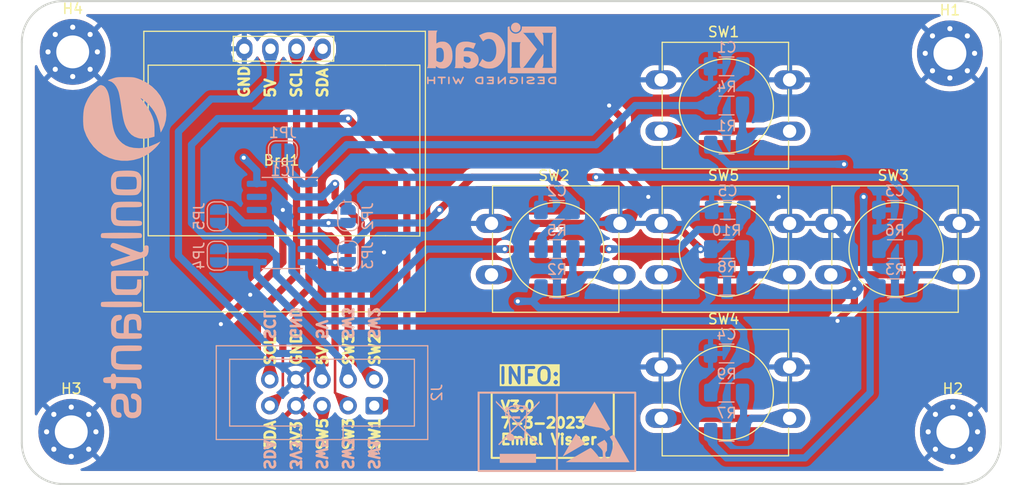
<source format=kicad_pcb>
(kicad_pcb (version 20221018) (generator pcbnew)
  (title_block (title "Greenhouse project FRDM-KL35Z screen") (date "13-3-2023") (rev "V3.0") (company "OnlyPlants") (comment 1 "Author: Emiel Visser"))
  (layers (0 "F.Cu" signal) (31 "B.Cu" signal) (34 "B.Paste" user) (35 "F.Paste" user) (36 "B.SilkS" user "B.Silkscreen") (37 "F.SilkS" user "F.Silkscreen") (38 "B.Mask" user) (39 "F.Mask" user) (44 "Edge.Cuts" user))
  (net 0 "")
  (net 1 "/SDA")
  (net 2 "/SCL")
  (net 3 "GNDREF")
  (net 4 "+5V")
  (net 5 "/IN_SW1")
  (net 6 "/IN_SW2")
  (net 7 "/IN_SW3")
  (net 8 "/IN_SW4")
  (net 9 "/IN_SW5")
  (net 10 "/OUT_SW1")
  (net 11 "/OUT_SW2")
  (net 12 "/OUT_SW3")
  (net 13 "/OUT_SW4")
  (net 14 "/OUT_SW5")
  (net 17 "+3.3V")
  (net 18 "Net-(R1-Pad1)")
  (net 19 "Net-(R2-Pad1)")
  (net 20 "Net-(R3-Pad1)")
  (net 21 "Net-(R7-Pad1)")
  (net 22 "Net-(R10-Pad1)")
  (footprint "Button_Switch_THT:SW_PUSH-12mm" (layer "F.Cu") (at 168.89 106.72)
    (fp_text reference "SW4" (at 6.08 -4.66) (layer "F.SilkS"))
    (fp_text value "SW_Push")
    (pad "1" thru_hole oval (at 0 0) (size 3.048 1.85) (drill 1.3) (layers "*.Cu" "*.Mask") (net 3 "GNDREF"))
    (pad "1" thru_hole oval (at 12.5 0) (size 3.048 1.85) (drill 1.3) (layers "*.Cu" "*.Mask") (net 3 "GNDREF"))
    (pad "2" thru_hole oval (at 0 5) (size 3.048 1.85) (drill 1.3) (layers "*.Cu" "*.Mask") (net 21 "Net-(R7-Pad1)"))
    (pad "2" thru_hole oval (at 12.5 5) (size 3.048 1.85) (drill 1.3) (layers "*.Cu" "*.Mask") (net 21 "Net-(R7-Pad1)"))
  )
  (footprint "MountingHole:MountingHole_3.2mm_M3_Pad_Via" (layer "F.Cu") (at 111.63 76.06)
    (fp_text reference "H4" (at 0 -4.2) (layer "F.SilkS"))
    (fp_text value "MountingHole_Pad")
    (pad "1" thru_hole circle (at -2.4 0) (size 0.8 0.8) (drill 0.5) (layers "*.Cu" "*.Mask") (net 3 "GNDREF"))
    (pad "1" thru_hole circle (at -1.697056 -1.697056) (size 0.8 0.8) (drill 0.5) (layers "*.Cu" "*.Mask") (net 3 "GNDREF"))
    (pad "1" thru_hole circle (at -1.697056 1.697056) (size 0.8 0.8) (drill 0.5) (layers "*.Cu" "*.Mask") (net 3 "GNDREF"))
    (pad "1" thru_hole circle (at 0 -2.4) (size 0.8 0.8) (drill 0.5) (layers "*.Cu" "*.Mask") (net 3 "GNDREF"))
    (pad "1" thru_hole circle (at 0 0) (size 6.4 6.4) (drill 3.2) (layers "*.Cu" "*.Mask") (net 3 "GNDREF"))
    (pad "1" thru_hole circle (at 0 2.4) (size 0.8 0.8) (drill 0.5) (layers "*.Cu" "*.Mask") (net 3 "GNDREF"))
    (pad "1" thru_hole circle (at 1.697056 -1.697056) (size 0.8 0.8) (drill 0.5) (layers "*.Cu" "*.Mask") (net 3 "GNDREF"))
    (pad "1" thru_hole circle (at 1.697056 1.697056) (size 0.8 0.8) (drill 0.5) (layers "*.Cu" "*.Mask") (net 3 "GNDREF"))
    (pad "1" thru_hole circle (at 2.4 0) (size 0.8 0.8) (drill 0.5) (layers "*.Cu" "*.Mask") (net 3 "GNDREF"))
  )
  (footprint "Button_Switch_THT:SW_PUSH-12mm" (layer "F.Cu") (at 168.89 92.75)
    (fp_text reference "SW5" (at 6.08 -4.66) (layer "F.SilkS"))
    (fp_text value "SW_Push")
    (pad "1" thru_hole oval (at 0 0) (size 3.048 1.85) (drill 1.3) (layers "*.Cu" "*.Mask") (net 3 "GNDREF"))
    (pad "1" thru_hole oval (at 12.5 0) (size 3.048 1.85) (drill 1.3) (layers "*.Cu" "*.Mask") (net 3 "GNDREF"))
    (pad "2" thru_hole oval (at 0 5) (size 3.048 1.85) (drill 1.3) (layers "*.Cu" "*.Mask") (net 22 "Net-(R10-Pad1)"))
    (pad "2" thru_hole oval (at 12.5 5) (size 3.048 1.85) (drill 1.3) (layers "*.Cu" "*.Mask") (net 22 "Net-(R10-Pad1)"))
  )
  (footprint "Button_Switch_THT:SW_PUSH-12mm" (layer "F.Cu") (at 168.89 78.78)
    (fp_text reference "SW1" (at 6.08 -4.66) (layer "F.SilkS"))
    (fp_text value "SW_Push")
    (pad "1" thru_hole oval (at 0 0) (size 3.048 1.85) (drill 1.3) (layers "*.Cu" "*.Mask") (net 3 "GNDREF"))
    (pad "1" thru_hole oval (at 12.5 0) (size 3.048 1.85) (drill 1.3) (layers "*.Cu" "*.Mask") (net 3 "GNDREF"))
    (pad "2" thru_hole oval (at 0 5) (size 3.048 1.85) (drill 1.3) (layers "*.Cu" "*.Mask") (net 18 "Net-(R1-Pad1)"))
    (pad "2" thru_hole oval (at 12.5 5) (size 3.048 1.85) (drill 1.3) (layers "*.Cu" "*.Mask") (net 18 "Net-(R1-Pad1)"))
  )
  (footprint "Button_Switch_THT:SW_PUSH-12mm" (layer "F.Cu") (at 185.4 92.75)
    (fp_text reference "SW3" (at 6.08 -4.66) (layer "F.SilkS"))
    (fp_text value "SW_Push")
    (pad "1" thru_hole oval (at 0 0) (size 3.048 1.85) (drill 1.3) (layers "*.Cu" "*.Mask") (net 3 "GNDREF"))
    (pad "1" thru_hole oval (at 12.5 0) (size 3.048 1.85) (drill 1.3) (layers "*.Cu" "*.Mask") (net 3 "GNDREF"))
    (pad "2" thru_hole oval (at 0 5) (size 3.048 1.85) (drill 1.3) (layers "*.Cu" "*.Mask") (net 20 "Net-(R3-Pad1)"))
    (pad "2" thru_hole oval (at 12.5 5) (size 3.048 1.85) (drill 1.3) (layers "*.Cu" "*.Mask") (net 20 "Net-(R3-Pad1)"))
  )
  (footprint "greenhouse_project_screen:128x64OLED" (layer "F.Cu") (at 131.95 86.36)
    (fp_text reference "Brd1" (at 0 0.254) (layer "F.SilkS"))
    (fp_text value "SSD1306")
    (pad "1" thru_hole oval (at -3.62 -10.6 90) (size 2 1.6) (drill 1) (layers "*.Cu" "*.Mask") (net 3 "GNDREF"))
    (pad "2" thru_hole oval (at -1.08 -10.6 90) (size 2 1.6) (drill 1) (layers "*.Cu" "*.Mask") (net 4 "+5V"))
    (pad "3" thru_hole oval (at 1.46 -10.6 90) (size 2 1.6) (drill 1) (layers "*.Cu" "*.Mask") (net 2 "/SCL"))
    (pad "4" thru_hole oval (at 4 -10.6 90) (size 2 1.6) (drill 1) (layers "*.Cu" "*.Mask") (net 1 "/SDA"))
  )
  (footprint "Button_Switch_THT:SW_PUSH-12mm" (layer "F.Cu") (at 152.38 92.75)
    (fp_text reference "SW2" (at 6.08 -4.66) (layer "F.SilkS"))
    (fp_text value "SW_Push")
    (pad "1" thru_hole oval (at 0 0) (size 3.048 1.85) (drill 1.3) (layers "*.Cu" "*.Mask") (net 3 "GNDREF"))
    (pad "1" thru_hole oval (at 12.5 0) (size 3.048 1.85) (drill 1.3) (layers "*.Cu" "*.Mask") (net 3 "GNDREF"))
    (pad "2" thru_hole oval (at 0 5) (size 3.048 1.85) (drill 1.3) (layers "*.Cu" "*.Mask") (net 19 "Net-(R2-Pad1)"))
    (pad "2" thru_hole oval (at 12.5 5) (size 3.048 1.85) (drill 1.3) (layers "*.Cu" "*.Mask") (net 19 "Net-(R2-Pad1)"))
  )
  (footprint "MountingHole:MountingHole_3.2mm_M3_Pad_Via" (layer "F.Cu") (at 197.277056 113.03)
    (fp_text reference "H2" (at 0 -4.2) (layer "F.SilkS"))
    (fp_text value "MountingHole_Pad")
    (pad "1" thru_hole circle (at -2.4 0) (size 0.8 0.8) (drill 0.5) (layers "*.Cu" "*.Mask") (net 3 "GNDREF"))
    (pad "1" thru_hole circle (at -1.697056 -1.697056) (size 0.8 0.8) (drill 0.5) (layers "*.Cu" "*.Mask") (net 3 "GNDREF"))
    (pad "1" thru_hole circle (at -1.697056 1.697056) (size 0.8 0.8) (drill 0.5) (layers "*.Cu" "*.Mask") (net 3 "GNDREF"))
    (pad "1" thru_hole circle (at 0 -2.4) (size 0.8 0.8) (drill 0.5) (layers "*.Cu" "*.Mask") (net 3 "GNDREF"))
    (pad "1" thru_hole circle (at 0 0) (size 6.4 6.4) (drill 3.2) (layers "*.Cu" "*.Mask") (net 3 "GNDREF"))
    (pad "1" thru_hole circle (at 0 2.4) (size 0.8 0.8) (drill 0.5) (layers "*.Cu" "*.Mask") (net 3 "GNDREF"))
    (pad "1" thru_hole circle (at 1.697056 -1.697056) (size 0.8 0.8) (drill 0.5) (layers "*.Cu" "*.Mask") (net 3 "GNDREF"))
    (pad "1" thru_hole circle (at 1.697056 1.697056) (size 0.8 0.8) (drill 0.5) (layers "*.Cu" "*.Mask") (net 3 "GNDREF"))
    (pad "1" thru_hole circle (at 2.4 0) (size 0.8 0.8) (drill 0.5) (layers "*.Cu" "*.Mask") (net 3 "GNDREF"))
  )
  (footprint "MountingHole:MountingHole_3.2mm_M3_Pad_Via" (layer "F.Cu") (at 196.99 76.2)
    (fp_text reference "H1" (at 0 -4.2) (layer "F.SilkS"))
    (fp_text value "MountingHole_Pad")
    (pad "1" thru_hole circle (at -2.4 0) (size 0.8 0.8) (drill 0.5) (layers "*.Cu" "*.Mask") (net 3 "GNDREF"))
    (pad "1" thru_hole circle (at -1.697056 -1.697056) (size 0.8 0.8) (drill 0.5) (layers "*.Cu" "*.Mask") (net 3 "GNDREF"))
    (pad "1" thru_hole circle (at -1.697056 1.697056) (size 0.8 0.8) (drill 0.5) (layers "*.Cu" "*.Mask") (net 3 "GNDREF"))
    (pad "1" thru_hole circle (at 0 -2.4) (size 0.8 0.8) (drill 0.5) (layers "*.Cu" "*.Mask") (net 3 "GNDREF"))
    (pad "1" thru_hole circle (at 0 0) (size 6.4 6.4) (drill 3.2) (layers "*.Cu" "*.Mask") (net 3 "GNDREF"))
    (pad "1" thru_hole circle (at 0 2.4) (size 0.8 0.8) (drill 0.5) (layers "*.Cu" "*.Mask") (net 3 "GNDREF"))
    (pad "1" thru_hole circle (at 1.697056 -1.697056) (size 0.8 0.8) (drill 0.5) (layers "*.Cu" "*.Mask") (net 3 "GNDREF"))
    (pad "1" thru_hole circle (at 1.697056 1.697056) (size 0.8 0.8) (drill 0.5) (layers "*.Cu" "*.Mask") (net 3 "GNDREF"))
    (pad "1" thru_hole circle (at 2.4 0) (size 0.8 0.8) (drill 0.5) (layers "*.Cu" "*.Mask") (net 3 "GNDREF"))
  )
  (footprint "MountingHole:MountingHole_3.2mm_M3_Pad_Via" (layer "F.Cu") (at 111.49 113.03)
    (fp_text reference "H3" (at 0 -4.2) (layer "F.SilkS"))
    (fp_text value "MountingHole_Pad")
    (pad "1" thru_hole circle (at -2.4 0) (size 0.8 0.8) (drill 0.5) (layers "*.Cu" "*.Mask") (net 3 "GNDREF"))
    (pad "1" thru_hole circle (at -1.697056 -1.697056) (size 0.8 0.8) (drill 0.5) (layers "*.Cu" "*.Mask") (net 3 "GNDREF"))
    (pad "1" thru_hole circle (at -1.697056 1.697056) (size 0.8 0.8) (drill 0.5) (layers "*.Cu" "*.Mask") (net 3 "GNDREF"))
    (pad "1" thru_hole circle (at 0 -2.4) (size 0.8 0.8) (drill 0.5) (layers "*.Cu" "*.Mask") (net 3 "GNDREF"))
    (pad "1" thru_hole circle (at 0 0) (size 6.4 6.4) (drill 3.2) (layers "*.Cu" "*.Mask") (net 3 "GNDREF"))
    (pad "1" thru_hole circle (at 0 2.4) (size 0.8 0.8) (drill 0.5) (layers "*.Cu" "*.Mask") (net 3 "GNDREF"))
    (pad "1" thru_hole circle (at 1.697056 -1.697056) (size 0.8 0.8) (drill 0.5) (layers "*.Cu" "*.Mask") (net 3 "GNDREF"))
    (pad "1" thru_hole circle (at 1.697056 1.697056) (size 0.8 0.8) (drill 0.5) (layers "*.Cu" "*.Mask") (net 3 "GNDREF"))
    (pad "1" thru_hole circle (at 2.4 0) (size 0.8 0.8) (drill 0.5) (layers "*.Cu" "*.Mask") (net 3 "GNDREF"))
  )
  (footprint "greenhouse_project_screen:logo" (layer "B.Cu") (at 116.84 95.25 -90)
    (fp_text reference "G***")
    (fp_text value "LOGO" hide)
  )
  (footprint "Symbol:ESD-Logo_6.6x6mm_SilkScreen" (layer "B.Cu") (at 162.56 113.03 180)
    (fp_text reference "REF**" hide)
    (fp_text value "ESD-Logo_6.6x6mm_SilkScreen" hide)
  )
  (footprint "Symbol:KiCad-Logo2_5mm_SilkScreen" (layer "B.Cu") (at 152.4 76.2 180)
    (fp_text reference "REF**" hide)
    (fp_text value "KiCad-Logo2_5mm_SilkScreen" hide)
  )
  (footprint "Jumper:SolderJumper-2_P1.3mm_Open_RoundedPad1.0x1.5mm" (layer "B.Cu") (at 138.43 95.87 90)
    (fp_text reference "JP3" (at 0 1.905 90) (layer "B.SilkS") (effects (justify mirror)))
    (fp_text value "Jumper_2_Open")
    (pad "1" smd custom (at -0.65 0 90) (size 1 0.5) (layers "B.Cu" "B.Mask") (net 12 "/OUT_SW3") (options (clearance outline) (anchor rect)) (primitives (gr_circle (center 0 -0.25) (end 0.5 -0.25) (width 0) (fill yes)) (gr_circle (center 0 0.25) (end 0.5 0.25) (width 0) (fill yes)) (gr_poly (pts (xy 0.5 -0.75) (xy 0 -0.75) (xy 0 0.75) (xy 0.5 0.75)) (width 0) (fill yes))))
    (pad "2" smd custom (at 0.65 0 90) (size 1 0.5) (layers "B.Cu" "B.Mask") (net 7 "/IN_SW3") (options (clearance outline) (anchor rect)) (primitives (gr_circle (center 0 -0.25) (end 0.5 -0.25) (width 0) (fill yes)) (gr_circle (center 0 0.25) (end 0.5 0.25) (width 0) (fill yes)) (gr_poly (pts (xy 0 -0.75) (xy -0.5 -0.75) (xy -0.5 0.75) (xy 0 0.75)) (width 0) (fill yes))))
  )
  (footprint "Connector_IDC:IDC-Header_2x05_P2.54mm_Vertical" (layer "B.Cu") (at 140.97 110.49 90)
    (fp_text reference "J2" (at 1.27 6.1 90) (layer "B.SilkS") (effects (justify mirror)))
    (fp_text value "Conn_01x10_Socket")
    (pad "1" thru_hole roundrect (at 0 0 90) (size 1.7 1.7) (drill 1) (layers "*.Cu" "*.Mask") (roundrect_rratio 0.147059) (net 10 "/OUT_SW1"))
    (pad "2" thru_hole circle (at 2.54 0 90) (size 1.7 1.7) (drill 1) (layers "*.Cu" "*.Mask") (net 11 "/OUT_SW2"))
    (pad "3" thru_hole circle (at 0 -2.54 90) (size 1.7 1.7) (drill 1) (layers "*.Cu" "*.Mask") (net 12 "/OUT_SW3"))
    (pad "4" thru_hole circle (at 2.54 -2.54 90) (size 1.7 1.7) (drill 1) (layers "*.Cu" "*.Mask") (net 13 "/OUT_SW4"))
    (pad "5" thru_hole circle (at 0 -5.08 90) (size 1.7 1.7) (drill 1) (layers "*.Cu" "*.Mask") (net 14 "/OUT_SW5"))
    (pad "6" thru_hole circle (at 2.54 -5.08 90) (size 1.7 1.7) (drill 1) (layers "*.Cu" "*.Mask") (net 4 "+5V"))
    (pad "7" thru_hole circle (at 0 -7.62 90) (size 1.7 1.7) (drill 1) (layers "*.Cu" "*.Mask") (net 17 "+3.3V"))
    (pad "8" thru_hole circle (at 2.54 -7.62 90) (size 1.7 1.7) (drill 1) (layers "*.Cu" "*.Mask") (net 3 "GNDREF"))
    (pad "9" thru_hole circle (at 0 -10.16 90) (size 1.7 1.7) (drill 1) (layers "*.Cu" "*.Mask") (net 1 "/SDA"))
    (pad "10" thru_hole circle (at 2.54 -10.16 90) (size 1.7 1.7) (drill 1) (layers "*.Cu" "*.Mask") (net 2 "/SCL"))
  )
  (footprint "Resistor_SMD:R_1206_3216Metric_Pad1.30x1.75mm_HandSolder" (layer "B.Cu") (at 158.75 95.25 180)
    (fp_text reference "R5" (at 0 1.82) (layer "B.SilkS") (effects (justify mirror)))
    (fp_text value "10K")
    (pad "1" smd roundrect (at -1.55 0 180) (size 1.3 1.75) (layers "B.Cu" "B.Paste" "B.Mask") (roundrect_rratio 0.192308) (net 19 "Net-(R2-Pad1)"))
    (pad "2" smd roundrect (at 1.55 0 180) (size 1.3 1.75) (layers "B.Cu" "B.Paste" "B.Mask") (roundrect_rratio 0.192308) (net 6 "/IN_SW2"))
  )
  (footprint "Resistor_SMD:R_1206_3216Metric_Pad1.30x1.75mm_HandSolder" (layer "B.Cu") (at 175.26 113.03 180)
    (fp_text reference "R7" (at 0 1.82) (layer "B.SilkS") (effects (justify mirror)))
    (fp_text value "10K")
    (pad "1" smd roundrect (at -1.55 0 180) (size 1.3 1.75) (layers "B.Cu" "B.Paste" "B.Mask") (roundrect_rratio 0.192308) (net 21 "Net-(R7-Pad1)"))
    (pad "2" smd roundrect (at 1.55 0 180) (size 1.3 1.75) (layers "B.Cu" "B.Paste" "B.Mask") (roundrect_rratio 0.192308) (net 17 "+3.3V"))
  )
  (footprint "Resistor_SMD:R_1206_3216Metric_Pad1.30x1.75mm_HandSolder" (layer "B.Cu") (at 191.64 95.25 180)
    (fp_text reference "R6" (at 0 1.82) (layer "B.SilkS") (effects (justify mirror)))
    (fp_text value "10K")
    (pad "1" smd roundrect (at -1.55 0 180) (size 1.3 1.75) (layers "B.Cu" "B.Paste" "B.Mask") (roundrect_rratio 0.192308) (net 20 "Net-(R3-Pad1)"))
    (pad "2" smd roundrect (at 1.55 0 180) (size 1.3 1.75) (layers "B.Cu" "B.Paste" "B.Mask") (roundrect_rratio 0.192308) (net 7 "/IN_SW3"))
  )
  (footprint "Resistor_SMD:R_1206_3216Metric_Pad1.30x1.75mm_HandSolder" (layer "B.Cu") (at 175.26 95.25 180)
    (fp_text reference "R10" (at 0 1.82) (layer "B.SilkS") (effects (justify mirror)))
    (fp_text value "10K")
    (pad "1" smd roundrect (at -1.55 0 180) (size 1.3 1.75) (layers "B.Cu" "B.Paste" "B.Mask") (roundrect_rratio 0.192308) (net 22 "Net-(R10-Pad1)"))
    (pad "2" smd roundrect (at 1.55 0 180) (size 1.3 1.75) (layers "B.Cu" "B.Paste" "B.Mask") (roundrect_rratio 0.192308) (net 9 "/IN_SW5"))
  )
  (footprint "Capacitor_SMD:C_1206_3216Metric_Pad1.33x1.80mm_HandSolder" (layer "B.Cu") (at 175.26 77.47 180)
    (fp_text reference "C1" (at 0 1.85) (layer "B.SilkS") (effects (justify mirror)))
    (fp_text value "10uF")
    (pad "1" smd roundrect (at -1.5625 0 180) (size 1.325 1.8) (layers "B.Cu" "B.Paste" "B.Mask") (roundrect_rratio 0.188679) (net 5 "/IN_SW1"))
    (pad "2" smd roundrect (at 1.5625 0 180) (size 1.325 1.8) (layers "B.Cu" "B.Paste" "B.Mask") (roundrect_rratio 0.188679) (net 3 "GNDREF"))
  )
  (footprint "Capacitor_SMD:C_1206_3216Metric_Pad1.33x1.80mm_HandSolder" (layer "B.Cu") (at 175.26 105.41 180)
    (fp_text reference "C4" (at 0 1.85) (layer "B.SilkS") (effects (justify mirror)))
    (fp_text value "10uF")
    (pad "1" smd roundrect (at -1.5625 0 180) (size 1.325 1.8) (layers "B.Cu" "B.Paste" "B.Mask") (roundrect_rratio 0.188679) (net 8 "/IN_SW4"))
    (pad "2" smd roundrect (at 1.5625 0 180) (size 1.325 1.8) (layers "B.Cu" "B.Paste" "B.Mask") (roundrect_rratio 0.188679) (net 3 "GNDREF"))
  )
  (footprint "Resistor_SMD:R_1206_3216Metric_Pad1.30x1.75mm_HandSolder" (layer "B.Cu") (at 191.64 99.06 180)
    (fp_text reference "R3" (at 0 1.82) (layer "B.SilkS") (effects (justify mirror)))
    (fp_text value "10K")
    (pad "1" smd roundrect (at -1.55 0 180) (size 1.3 1.75) (layers "B.Cu" "B.Paste" "B.Mask") (roundrect_rratio 0.192308) (net 20 "Net-(R3-Pad1)"))
    (pad "2" smd roundrect (at 1.55 0 180) (size 1.3 1.75) (layers "B.Cu" "B.Paste" "B.Mask") (roundrect_rratio 0.192308) (net 17 "+3.3V"))
  )
  (footprint "Jumper:SolderJumper-2_P1.3mm_Open_RoundedPad1.0x1.5mm" (layer "B.Cu") (at 138.43 92.06 90)
    (fp_text reference "JP2" (at 0 1.905 90) (layer "B.SilkS") (effects (justify mirror)))
    (fp_text value "Jumper_2_Open")
    (pad "1" smd custom (at -0.65 0 90) (size 1 0.5) (layers "B.Cu" "B.Mask") (net 11 "/OUT_SW2") (options (clearance outline) (anchor rect)) (primitives (gr_circle (center 0 -0.25) (end 0.5 -0.25) (width 0) (fill yes)) (gr_circle (center 0 0.25) (end 0.5 0.25) (width 0) (fill yes)) (gr_poly (pts (xy 0.5 -0.75) (xy 0 -0.75) (xy 0 0.75) (xy 0.5 0.75)) (width 0) (fill yes))))
    (pad "2" smd custom (at 0.65 0 90) (size 1 0.5) (layers "B.Cu" "B.Mask") (net 6 "/IN_SW2") (options (clearance outline) (anchor rect)) (primitives (gr_circle (center 0 -0.25) (end 0.5 -0.25) (width 0) (fill yes)) (gr_circle (center 0 0.25) (end 0.5 0.25) (width 0) (fill yes)) (gr_poly (pts (xy 0 -0.75) (xy -0.5 -0.75) (xy -0.5 0.75) (xy 0 0.75)) (width 0) (fill yes))))
  )
  (footprint "Jumper:SolderJumper-2_P1.3mm_Open_RoundedPad1.0x1.5mm" (layer "B.Cu") (at 125.73 95.9 -90)
    (fp_text reference "JP4" (at 0 1.8 90) (layer "B.SilkS") (effects (justify mirror)))
    (fp_text value "Jumper_2_Open")
    (pad "1" smd custom (at -0.65 0 270) (size 1 0.5) (layers "B.Cu" "B.Mask") (net 8 "/IN_SW4") (options (clearance outline) (anchor rect)) (primitives (gr_circle (center 0 -0.25) (end 0.5 -0.25) (width 0) (fill yes)) (gr_circle (center 0 0.25) (end 0.5 0.25) (width 0) (fill yes)) (gr_poly (pts (xy 0.5 -0.75) (xy 0 -0.75) (xy 0 0.75) (xy 0.5 0.75)) (width 0) (fill yes))))
    (pad "2" smd custom (at 0.65 0 270) (size 1 0.5) (layers "B.Cu" "B.Mask") (net 13 "/OUT_SW4") (options (clearance outline) (anchor rect)) (primitives (gr_circle (center 0 -0.25) (end 0.5 -0.25) (width 0) (fill yes)) (gr_circle (center 0 0.25) (end 0.5 0.25) (width 0) (fill yes)) (gr_poly (pts (xy 0 -0.75) (xy -0.5 -0.75) (xy -0.5 0.75) (xy 0 0.75)) (width 0) (fill yes))))
  )
  (footprint "Resistor_SMD:R_1206_3216Metric_Pad1.30x1.75mm_HandSolder" (layer "B.Cu") (at 175.26 81.28 180)
    (fp_text reference "R4" (at 0 1.82) (layer "B.SilkS") (effects (justify mirror)))
    (fp_text value "10k")
    (pad "1" smd roundrect (at -1.55 0 180) (size 1.3 1.75) (layers "B.Cu" "B.Paste" "B.Mask") (roundrect_rratio 0.192308) (net 18 "Net-(R1-Pad1)"))
    (pad "2" smd roundrect (at 1.55 0 180) (size 1.3 1.75) (layers "B.Cu" "B.Paste" "B.Mask") (roundrect_rratio 0.192308) (net 5 "/IN_SW1"))
  )
  (footprint "Jumper:SolderJumper-2_P1.3mm_Open_RoundedPad1.0x1.5mm" (layer "B.Cu") (at 132.08 85.725 180)
    (fp_text reference "JP1" (at 0 1.8) (layer "B.SilkS") (effects (justify mirror)))
    (fp_text value "Jumper_2_Open")
    (pad "1" smd custom (at -0.65 0 180) (size 1 0.5) (layers "B.Cu" "B.Mask") (net 5 "/IN_SW1") (options (clearance outline) (anchor rect)) (primitives (gr_circle (center 0 -0.25) (end 0.5 -0.25) (width 0) (fill yes)) (gr_circle (center 0 0.25) (end 0.5 0.25) (width 0) (fill yes)) (gr_poly (pts (xy 0.5 -0.75) (xy 0 -0.75) (xy 0 0.75) (xy 0.5 0.75)) (width 0) (fill yes))))
    (pad "2" smd custom (at 0.65 0 180) (size 1 0.5) (layers "B.Cu" "B.Mask") (net 10 "/OUT_SW1") (options (clearance outline) (anchor rect)) (primitives (gr_circle (center 0 -0.25) (end 0.5 -0.25) (width 0) (fill yes)) (gr_circle (center 0 0.25) (end 0.5 0.25) (width 0) (fill yes)) (gr_poly (pts (xy 0 -0.75) (xy -0.5 -0.75) (xy -0.5 0.75) (xy 0 0.75)) (width 0) (fill yes))))
  )
  (footprint "Capacitor_SMD:C_1206_3216Metric_Pad1.33x1.80mm_HandSolder" (layer "B.Cu") (at 191.64 91.44 180)
    (fp_text reference "C3" (at 0 1.85) (layer "B.SilkS") (effects (justify mirror)))
    (fp_text value "10uF")
    (pad "1" smd roundrect (at -1.5625 0 180) (size 1.325 1.8) (layers "B.Cu" "B.Paste" "B.Mask") (roundrect_rratio 0.188679) (net 7 "/IN_SW3"))
    (pad "2" smd roundrect (at 1.5625 0 180) (size 1.325 1.8) (layers "B.Cu" "B.Paste" "B.Mask") (roundrect_rratio 0.188679) (net 3 "GNDREF"))
  )
  (footprint "Capacitor_SMD:C_1206_3216Metric_Pad1.33x1.80mm_HandSolder" (layer "B.Cu") (at 175.3625 91.44 180)
    (fp_text reference "C5" (at 0 1.85) (layer "B.SilkS") (effects (justify mirror)))
    (fp_text value "10uF")
    (pad "1" smd roundrect (at -1.5625 0 180) (size 1.325 1.8) (layers "B.Cu" "B.Paste" "B.Mask") (roundrect_rratio 0.188679) (net 9 "/IN_SW5"))
    (pad "2" smd roundrect (at 1.5625 0 180) (size 1.325 1.8) (layers "B.Cu" "B.Paste" "B.Mask") (roundrect_rratio 0.188679) (net 3 "GNDREF"))
  )
  (footprint "Jumper:SolderJumper-2_P1.3mm_Open_RoundedPad1.0x1.5mm" (layer "B.Cu") (at 125.73 92.06 -90)
    (fp_text reference "JP5" (at 0 1.8 90) (layer "B.SilkS") (effects (justify mirror)))
    (fp_text value "Jumper_2_Open")
    (pad "1" smd custom (at -0.65 0 270) (size 1 0.5) (layers "B.Cu" "B.Mask") (net 9 "/IN_SW5") (options (clearance outline) (anchor rect)) (primitives (gr_circle (center 0 -0.25) (end 0.5 -0.25) (width 0) (fill yes)) (gr_circle (center 0 0.25) (end 0.5 0.25) (width 0) (fill yes)) (gr_poly (pts (xy 0.5 -0.75) (xy 0 -0.75) (xy 0 0.75) (xy 0.5 0.75)) (width 0) (fill yes))))
    (pad "2" smd custom (at 0.65 0 270) (size 1 0.5) (layers "B.Cu" "B.Mask") (net 14 "/OUT_SW5") (options (clearance outline) (anchor rect)) (primitives (gr_circle (center 0 -0.25) (end 0.5 -0.25) (width 0) (fill yes)) (gr_circle (center 0 0.25) (end 0.5 0.25) (width 0) (fill yes)) (gr_poly (pts (xy 0 -0.75) (xy -0.5 -0.75) (xy -0.5 0.75) (xy 0 0.75)) (width 0) (fill yes))))
  )
  (footprint "Capacitor_SMD:C_1206_3216Metric_Pad1.33x1.80mm_HandSolder" (layer "B.Cu") (at 158.75 91.44 180)
    (fp_text reference "C2" (at 0 1.85) (layer "B.SilkS") (effects (justify mirror)))
    (fp_text value "10uF")
    (pad "1" smd roundrect (at -1.5625 0 180) (size 1.325 1.8) (layers "B.Cu" "B.Paste" "B.Mask") (roundrect_rratio 0.188679) (net 6 "/IN_SW2"))
    (pad "2" smd roundrect (at 1.5625 0 180) (size 1.325 1.8) (layers "B.Cu" "B.Paste" "B.Mask") (roundrect_rratio 0.188679) (net 3 "GNDREF"))
  )
  (footprint "Package_SO:SOIC-14_3.9x8.7mm_P1.27mm" (layer "B.Cu") (at 132.015 92.71 180)
    (fp_text reference "IC1" (at -0.065 5.08) (layer "B.SilkS") (effects (justify mirror)))
    (fp_text value "CD74HC14M96")
    (pad "1" smd roundrect (at -2.475 3.81 180) (size 1.95 0.6) (layers "B.Cu" "B.Paste" "B.Mask") (net 5 "/IN_SW1"))
    (pad "2" smd roundrect (at -2.475 2.54 180) (size 1.95 0.6) (layers "B.Cu" "B.Paste" "B.Mask") (net 10 "/OUT_SW1"))
    (pad "3" smd roundrect (at -2.475 1.27 180) (size 1.95 0.6) (layers "B.Cu" "B.Paste" "B.Mask") (net 6 "/IN_SW2"))
    (pad "4" smd roundrect (at -2.475 0 180) (size 1.95 0.6) (layers "B.Cu" "B.Paste" "B.Mask") (net 11 "/OUT_SW2"))
    (pad "5" smd roundrect (at -2.475 -1.27 180) (size 1.95 0.6) (layers "B.Cu" "B.Paste" "B.Mask") (net 7 "/IN_SW3"))
    (pad "6" smd roundrect (at -2.475 -2.54 180) (size 1.95 0.6) (layers "B.Cu" "B.Paste" "B.Mask") (net 12 "/OUT_SW3"))
    (pad "7" smd roundrect (at -2.475 -3.81 180) (size 1.95 0.6) (layers "B.Cu" "B.Paste" "B.Mask") (net 3 "GNDREF"))
    (pad "8" smd roundrect (at 2.475 -3.81 180) (size 1.95 0.6) (layers "B.Cu" "B.Paste" "B.Mask") (net 13 "/OUT_SW4"))
    (pad "9" smd roundrect (at 2.475 -2.54 180) (size 1.95 0.6) (layers "B.Cu" "B.Paste" "B.Mask") (net 8 "/IN_SW4"))
    (pad "10" smd roundrect (at 2.475 -1.27 180) (size 1.95 0.6) (layers "B.Cu" "B.Paste" "B.Mask") (net 14 "/OUT_SW5"))
    (pad "11" smd roundrect (at 2.475 0 180) (size 1.95 0.6) (layers "B.Cu" "B.Paste" "B.Mask") (net 9 "/IN_SW5"))
    (pad "12" smd roundrect (at 2.475 1.27 180) (size 1.95 0.6) (layers "B.Cu" "B.Paste" "B.Mask"))
    (pad "13" smd roundrect (at 2.475 2.54 180) (size 1.95 0.6) (layers "B.Cu" "B.Paste" "B.Mask"))
    (pad "14" smd roundrect (at 2.475 3.81 180) (size 1.95 0.6) (layers "B.Cu" "B.Paste" "B.Mask") (net 17 "+3.3V"))
  )
  (footprint "Symbol:WEEE-Logo_4.2x6mm_SilkScreen" (layer "B.Cu") (at 154.94 113.03 180)
    (fp_text reference "REF**" hide)
    (fp_text value "WEEE-Logo_4.2x6mm_SilkScreen" hide)
  )
  (footprint "Resistor_SMD:R_1206_3216Metric_Pad1.30x1.75mm_HandSolder" (layer "B.Cu") (at 158.75 99.06 180)
    (fp_text reference "R2" (at 0 1.82) (layer "B.SilkS") (effects (justify mirror)))
    (fp_text value "10K")
    (pad "1" smd roundrect (at -1.55 0 180) (size 1.3 1.75) (layers "B.Cu" "B.Paste" "B.Mask") (roundrect_rratio 0.192308) (net 19 "Net-(R2-Pad1)"))
    (pad "2" smd roundrect (at 1.55 0 180) (size 1.3 1.75) (layers "B.Cu" "B.Paste" "B.Mask") (roundrect_rratio 0.192308) (net 17 "+3.3V"))
  )
  (footprint "Resistor_SMD:R_1206_3216Metric_Pad1.30x1.75mm_HandSolder" (layer "B.Cu") (at 175.3125 98.811472 180)
    (fp_text reference "R8" (at 0 1.82) (layer "B.SilkS") (effects (justify mirror)))
    (fp_text value "10K")
    (pad "1" smd roundrect (at -1.55 0 180) (size 1.3 1.75) (layers "B.Cu" "B.Paste" "B.Mask") (roundrect_rratio 0.192308) (net 22 "Net-(R10-Pad1)"))
    (pad "2" smd roundrect (at 1.55 0 180) (size 1.3 1.75) (layers "B.Cu" "B.Paste" "B.Mask") (roundrect_rratio 0.192308) (net 17 "+3.3V"))
  )
  (footprint "Resistor_SMD:R_1206_3216Metric_Pad1.30x1.75mm_HandSolder" (layer "B.Cu") (at 175.26 109.22 180)
    (fp_text reference "R9" (at 0 1.82) (layer "B.SilkS") (effects (justify mirror)))
    (fp_text value "10K")
    (pad "1" smd roundrect (at -1.55 0 180) (size 1.3 1.75) (layers "B.Cu" "B.Paste" "B.Mask") (roundrect_rratio 0.192308) (net 21 "Net-(R7-Pad1)"))
    (pad "2" smd roundrect (at 1.55 0 180) (size 1.3 1.75) (layers "B.Cu" "B.Paste" "B.Mask") (roundrect_rratio 0.192308) (net 8 "/IN_SW4"))
  )
  (footprint "Resistor_SMD:R_1206_3216Metric_Pad1.30x1.75mm_HandSolder" (layer "B.Cu") (at 175.26 85.09 180)
    (fp_text reference "R1" (at 0 1.82) (layer "B.SilkS") (effects (justify mirror)))
    (fp_text value "10k")
    (pad "1" smd roundrect (at -1.55 0 180) (size 1.3 1.75) (layers "B.Cu" "B.Paste" "B.Mask") (roundrect_rratio 0.192308) (net 18 "Net-(R1-Pad1)"))
    (pad "2" smd roundrect (at 1.55 0 180) (size 1.3 1.75) (layers "B.Cu" "B.Paste" "B.Mask") (roundrect_rratio 0.192308) (net 17 "+3.3V"))
  )
  (gr_line (start 201.93 75.12) (end 201.93 114.11) (stroke (width 0.2)) (layer "Edge.Cuts"))
  (gr_line (start 106.68 114.11) (end 106.68 75.12) (stroke (width 0.2)) (layer "Edge.Cuts"))
  (gr_arc (start 197.93 71.12) (mid 200.758427 72.291573) (end 201.93 75.12) (stroke (width 0.2)) (layer "Edge.Cuts"))
  (gr_line (start 110.68 71.12) (end 197.93 71.12) (stroke (width 0.2)) (layer "Edge.Cuts"))
  (gr_arc (start 110.68 118.11) (mid 107.851573 116.938427) (end 106.68 114.11) (stroke (width 0.2)) (layer "Edge.Cuts"))
  (gr_line (start 197.93 118.11) (end 110.68 118.11) (stroke (width 0.2)) (layer "Edge.Cuts"))
  (gr_arc (start 106.68 75.12) (mid 107.851573 72.291573) (end 110.68 71.12) (stroke (width 0.2)) (layer "Edge.Cuts"))
  (gr_arc (start 201.93 114.11) (mid 200.758427 116.938427) (end 197.93 118.11) (stroke (width 0.2)) (layer "Edge.Cuts"))
  (gr_text "SCL" (at 130.175 104.14 -90) (layer "B.SilkS") (effects (font (size 1 1) (thickness 0.25) bold) (justify left bottom mirror)))
  (gr_text "SW3" (at 137.795 104.14 -90) (layer "B.SilkS") (effects (font (size 1 1) (thickness 0.25) bold) (justify left bottom mirror)))
  (gr_text "SW1" (at 140.335 116.84 -90) (layer "B.SilkS") (effects (font (size 1 1) (thickness 0.25) bold) (justify left bottom mirror)))
  (gr_text "5V" (at 135.255 104.14 -90) (layer "B.SilkS") (effects (font (size 1 1) (thickness 0.25) bold) (justify left bottom mirror)))
  (gr_text "SW2" (at 140.335 104.14 -90) (layer "B.SilkS") (effects (font (size 1 1) (thickness 0.25) bold) (justify left bottom mirror)))
  (gr_text "3V3" (at 132.715 116.84 -90) (layer "B.SilkS") (effects (font (size 1 1) (thickness 0.25) bold) (justify left bottom mirror)))
  (gr_text "SDA" (at 130.175 116.84 -90) (layer "B.SilkS") (effects (font (size 1 1) (thickness 0.25) bold) (justify left bottom mirror)))
  (gr_text "GND" (at 132.715 104.14 -90) (layer "B.SilkS") (effects (font (size 1 1) (thickness 0.25) bold) (justify left bottom mirror)))
  (gr_text "SW5" (at 135.255 116.84 -90) (layer "B.SilkS") (effects (font (size 1 1) (thickness 0.25) bold) (justify left bottom mirror)))
  (gr_text "SW3" (at 137.795 116.84 -90) (layer "B.SilkS") (effects (font (size 1 1) (thickness 0.25) bold) (justify left bottom mirror)))
  (gr_text "SW1" (at 141.605 114.935 90) (layer "F.SilkS") (effects (font (size 1 1) (thickness 0.25) bold) (justify left bottom)))
  (gr_text "SW5" (at 136.525 114.935 90) (layer "F.SilkS") (effects (font (size 1 1) (thickness 0.25) bold) (justify left bottom)))
  (gr_text "SDA" (at 136.525 80.645 90) (layer "F.SilkS") (effects (font (size 1 1) (thickness 0.25) bold) (justify left bottom)))
  (gr_text "GND" (at 133.985 106.68 90) (layer "F.SilkS") (effects (font (size 1 1) (thickness 0.25) bold) (justify left bottom)))
  (gr_text "SDA" (at 131.445 114.935 90) (layer "F.SilkS") (effects (font (size 1 1) (thickness 0.25) bold) (justify left bottom)))
  (gr_text "5V" (at 136.525 106.68 90) (layer "F.SilkS") (effects (font (size 1 1) (thickness 0.25) bold) (justify left bottom)))
  (gr_text "INFO:     " (at 152.94 108.47) (layer "F.SilkS" knockout) (effects (font (size 1.5 1.5) (thickness 0.3) bold) (justify left bottom)))
  (gr_text "SW3" (at 139.065 106.68 90) (layer "F.SilkS") (effects (font (size 1 1) (thickness 0.25) bold) (justify left bottom)))
  (gr_text "5V" (at 131.445 80.645 90) (layer "F.SilkS") (effects (font (size 1 1) (thickness 0.25) bold) (justify left bottom)))
  (gr_text "GND" (at 128.905 80.645 90) (layer "F.SilkS") (effects (font (size 1 1) (thickness 0.25) bold) (justify left bottom)))
  (gr_text "SW3" (at 139.065 114.935 90) (layer "F.SilkS") (effects (font (size 1 1) (thickness 0.25) bold) (justify left bottom)))
  (gr_text "SW2" (at 141.605 106.68 90) (layer "F.SilkS") (effects (font (size 1 1) (thickness 0.25) bold) (justify left bottom)))
  (gr_text "SCL" (at 133.985 80.645 90) (layer "F.SilkS") (effects (font (size 1 1) (thickness 0.25) bold) (justify left bottom)))
  (gr_text "SCL" (at 131.445 106.68 90) (layer "F.SilkS") (effects (font (size 1 1) (thickness 0.25) bold) (justify left bottom)))
  (gr_text "3V3" (at 133.985 114.935 90) (layer "F.SilkS") (effects (font (size 1 1) (thickness 0.25) bold) (justify left bottom)))
  (gr_text_box "" (start 151.13 109.22) (end 158.75 116.84) (layer "B.SilkS") (effects (font (size 1.5 1.5) (thickness 0.3) bold) (justify left top)) (stroke (width 0.2)))
  (gr_text_box "" (start 158.75 109.22) (end 166.37 116.84) (layer "B.SilkS") (effects (font (size 1.5 1.5) (thickness 0.3) bold) (justify left top)) (stroke (width 0.2)))
  (gr_text_box "V3.0\n7-3-2023\nEmiel Visser" (start 152.4 109.22) (end 164.28 115.57) (layer "F.SilkS") (effects (font (size 1 1) (thickness 0.25) bold) (justify left top)) (stroke (width 0.2)))
  (segment (start 132.08 109.22) (end 132.08 105.41) (width 0.25) (layer "F.Cu") (net 1))
  (segment (start 130.81 110.49) (end 132.08 109.22) (width 0.25) (layer "F.Cu") (net 1))
  (segment (start 134.62 99.06) (end 132.08 101.6) (width 0.7) (layer "F.Cu") (net 1))
  (segment (start 134.62 77.09) (end 134.62 99.06) (width 0.7) (layer "F.Cu") (net 1))
  (segment (start 132.08 101.6) (end 132.08 105.41) (width 0.7) (layer "F.Cu") (net 1))
  (segment (start 135.95 75.76) (end 134.62 77.09) (width 0.7) (layer "F.Cu") (net 1))
  (segment (start 130.81 100.33) (end 130.81 107.95) (width 0.7) (layer "F.Cu") (net 2))
  (segment (start 133.41 97.73) (end 130.81 100.33) (width 0.7) (layer "F.Cu") (net 2))
  (segment (start 133.41 75.76) (end 133.41 97.73) (width 0.7) (layer "F.Cu") (net 2))
  (segment (start 167.64 90.17) (end 165.06 92.75) (width 0.7) (layer "F.Cu") (net 3))
  (segment (start 167.64 90.17) (end 180.34 90.17) (width 0.7) (layer "F.Cu") (net 3))
  (segment (start 165.1 82.55) (end 165.1 87.63) (width 0.7) (layer "F.Cu") (net 3))
  (segment (start 187.695 100.595) (end 186.055 102.235) (width 0.7) (layer "F.Cu") (net 3))
  (segment (start 128.905 99.695) (end 132.08 96.52) (width 0.7) (layer "F.Cu") (net 3))
  (segment (start 165.1 87.63) (end 167.64 90.17) (width 0.7) (layer "F.Cu") (net 3))
  (segment (start 187.695 99.1155) (end 187.695 100.595) (width 0.7) (layer "F.Cu") (net 3))
  (segment (start 170.22 92.75) (end 172.72 95.25) (width 0.7) (layer "F.Cu") (net 3))
  (segment (start 163.83 81.28) (end 165.1 82.55) (width 0.7) (layer "F.Cu") (net 3))
  (segment (start 132.08 96.52) (end 132.08 91.44) (width 0.7) (layer "F.Cu") (net 3))
  (segment (start 126.0475 102.5525) (end 128.905 99.695) (width 0.7) (layer "F.Cu") (net 3))
  (segment (start 165.06 92.75) (end 152.38 92.75) (width 0.7) (layer "F.Cu") (net 3))
  (segment (start 168.89 92.75) (end 170.22 92.75) (width 0.7) (layer "F.Cu") (net 3))
  (via (at 163.83 81.28) (size 0.8) (drill 0.4) (layers "F.Cu" "B.Cu") (net 3))
  (via (at 186.055 102.235) (size 0.8) (drill 0.4) (layers "F.Cu" "B.Cu") (net 3))
  (via (at 126.0475 102.5525) (size 0.8) (drill 0.4) (layers "F.Cu" "B.Cu") (net 3))
  (via (at 172.72 95.25) (size 0.8) (drill 0.4) (layers "F.Cu" "B.Cu") (net 3))
  (via (at 187.695 99.1155) (size 0.8) (drill 0.4) (layers "F.Cu" "B.Cu") (net 3))
  (via (at 167.64 90.17) (size 0.8) (drill 0.4) (layers "F.Cu" "B.Cu") (net 3))
  (via (at 180.34 90.17) (size 0.8) (drill 0.4) (layers "F.Cu" "B.Cu") (net 3))
  (via (at 128.905 99.695) (size 0.8) (drill 0.4) (layers "F.Cu" "B.Cu") (net 3))
  (via (at 132.08 91.44) (size 0.8) (drill 0.4) (layers "F.Cu" "B.Cu") (net 3))
  (via (at 141.9225 95.5675) (size 0.8) (drill 0.4) (layers "F.Cu" "B.Cu") (net 3))
  (segment (start 141.9225 95.5675) (end 139.7 97.79) (width 0.7) (layer "B.Cu") (net 3))
  (segment (start 187.695 95.045) (end 185.4 92.75) (width 0.7) (layer "B.Cu") (net 3))
  (segment (start 187.695 99.1155) (end 187.695 95.045) (width 0.7) (layer "B.Cu") (net 3))
  (segment (start 135.757208 97.79) (end 134.49 96.522792) (width 0.7) (layer "B.Cu") (net 3))
  (segment (start 139.7 97.79) (end 135.757208 97.79) (width 0.7) (layer "B.Cu") (net 3))
  (segment (start 134.49 96.522792) (end 134.49 96.52) (width 0.7) (layer "B.Cu") (net 3))
  (segment (start 121.92 95.885) (end 121.92 83.82) (width 0.7) (layer "B.Cu") (net 4))
  (segment (start 134.62 105.41) (end 131.445 105.41) (width 0.7) (layer "B.Cu") (net 4))
  (segment (start 130.87 78.68) (end 130.87 75.76) (width 0.7) (layer "B.Cu") (net 4))
  (segment (start 131.445 105.41) (end 121.92 95.885) (width 0.7) (layer "B.Cu") (net 4))
  (segment (start 121.92 83.82) (end 125.095 80.645) (width 0.7) (layer "B.Cu") (net 4))
  (segment (start 125.095 80.645) (end 128.905 80.645) (width 0.7) (layer "B.Cu") (net 4))
  (segment (start 135.89 107.95) (end 135.89 106.68) (width 0.7) (layer "B.Cu") (net 4))
  (segment (start 128.905 80.645) (end 130.87 78.68) (width 0.7) (layer "B.Cu") (net 4))
  (segment (start 135.89 106.68) (end 134.62 105.41) (width 0.7) (layer "B.Cu") (net 4))
  (segment (start 173.355 81.28) (end 166.37 81.28) (width 0.7) (layer "B.Cu") (net 5))
  (segment (start 132.73 87.645) (end 132.73 85.725) (width 0.7) (layer "B.Cu") (net 5))
  (segment (start 176.66 77.975) (end 173.355 81.28) (width 0.7) (layer "B.Cu") (net 5))
  (segment (start 134.49 88.9) (end 133.985 88.9) (width 0.7) (layer "B.Cu") (net 5))
  (segment (start 166.37 81.28) (end 162.56 85.09) (width 0.7) (layer "B.Cu") (net 5))
  (segment (start 138.3 85.09) (end 134.49 88.9) (width 0.7) (layer "B.Cu") (net 5))
  (segment (start 133.985 88.9) (end 132.73 87.645) (width 0.7) (layer "B.Cu") (net 5))
  (segment (start 162.56 85.09) (end 138.3 85.09) (width 0.7) (layer "B.Cu") (net 5))
  (segment (start 139.736751 88.265) (end 138.130876 89.870875) (width 0.7) (layer "B.Cu") (net 6))
  (segment (start 160.3125 91.44) (end 160.3125 90.5925) (width 0.7) (layer "B.Cu") (net 6))
  (segment (start 157.985 88.265) (end 139.736751 88.265) (width 0.7) (layer "B.Cu") (net 6))
  (segment (start 138.43 90.169999) (end 138.43 91.41) (width 0.7) (layer "B.Cu") (net 6))
  (segment (start 159.89 91.44) (end 160.3125 91.44) (width 0.7) (layer "B.Cu") (net 6))
  (segment (start 136.561751 91.44) (end 134.49 91.44) (width 0.7) (layer "B.Cu") (net 6))
  (segment (start 138.130876 89.870875) (end 138.43 90.169999) (width 0.7) (layer "B.Cu") (net 6))
  (segment (start 157.2 94.13) (end 159.89 91.44) (width 0.7) (layer "B.Cu") (net 6))
  (segment (start 157.2 95.25) (end 157.2 94.13) (width 0.7) (layer "B.Cu") (net 6))
  (segment (start 138.130876 89.870875) (end 136.561751 91.44) (width 0.7) (layer "B.Cu") (net 6))
  (segment (start 160.3125 90.5925) (end 157.985 88.265) (width 0.7) (layer "B.Cu") (net 6))
  (segment (start 162.56 88.265) (end 150.495 88.265) (width 0.7) (layer "F.Cu") (net 7))
  (segment (start 150.495 88.265) (end 147.32 91.44) (width 0.7) (layer "F.Cu") (net 7))
  (via (at 147.32 91.44) (size 0.8) (drill 0.4) (layers "F.Cu" "B.Cu") (net 7))
  (via (at 162.56 88.265) (size 0.8) (drill 0.4) (layers "F.Cu" "B.Cu") (net 7))
  (segment (start 193.2025 92.1375) (end 190.09 95.25) (width 0.7) (layer "B.Cu") (net 7))
  (segment (start 193.2025 90.3325) (end 193.2025 92.1375) (width 0.7) (layer "B.Cu") (net 7))
  (segment (start 146.05 92.71) (end 140.94 92.71) (width 0.7) (layer "B.Cu") (net 7))
  (segment (start 135.892792 93.98) (end 134.49 93.98) (width 0.7) (layer "B.Cu") (net 7))
  (segment (start 140.94 92.71) (end 138.43 95.22) (width 0.7) (layer "B.Cu") (net 7))
  (segment (start 137.132792 95.22) (end 135.892792 93.98) (width 0.7) (layer "B.Cu") (net 7))
  (segment (start 147.32 91.44) (end 146.05 92.71) (width 0.7) (layer "B.Cu") (net 7))
  (segment (start 138.43 95.22) (end 137.132792 95.22) (width 0.7) (layer "B.Cu") (net 7))
  (segment (start 162.56 88.265) (end 191.135 88.265) (width 0.7) (layer "B.Cu") (net 7))
  (segment (start 191.135 88.265) (end 193.2025 90.3325) (width 0.7) (layer "B.Cu") (net 7))
  (segment (start 129.54 95.25) (end 125.73 95.25) (width 0.7) (layer "B.Cu") (net 8))
  (segment (start 173.8125 109.22) (end 173.8125 108.5225) (width 0.7) (layer "B.Cu") (net 8))
  (segment (start 176.925 103.265) (end 175.895 102.235) (width 0.7) (layer "B.Cu") (net 8))
  (segment (start 173.8125 108.5225) (end 176.925 105.41) (width 0.7) (layer "B.Cu") (net 8))
  (segment (start 175.895 102.235) (end 135.888604 102.235) (width 0.7) (layer "B.Cu") (net 8))
  (segment (start 131.445 95.885) (end 130.81 95.25) (width 0.7) (layer "B.Cu") (net 8))
  (segment (start 176.925 105.41) (end 176.925 103.265) (width 0.7) (layer "B.Cu") (net 8))
  (segment (start 135.888604 102.235) (end 131.445 97.791396) (width 0.7) (layer "B.Cu") (net 8))
  (segment (start 131.445 97.791396) (end 131.445 95.885) (width 0.7) (layer "B.Cu") (net 8))
  (segment (start 130.81 95.25) (end 129.54 95.25) (width 0.7) (layer "B.Cu") (net 8))
  (segment (start 163.83 95.25) (end 153.67 95.25) (width 0.7) (layer "F.Cu") (net 9))
  (via (at 163.83 95.25) (size 0.8) (drill 0.4) (layers "F.Cu" "B.Cu") (net 9))
  (via (at 153.67 95.25) (size 0.8) (drill 0.4) (layers "F.Cu" "B.Cu") (net 9))
  (segment (start 125.73 91.41) (end 126.97 91.41) (width 0.7) (layer "B.Cu") (net 9))
  (segment (start 176.53 91.57) (end 176.4 91.44) (width 0.7) (layer "B.Cu") (net 9))
  (segment (start 176.08125 93.53125) (end 175.895 93.345) (width 0.7) (layer "B.Cu") (net 9))
  (segment (start 140.97 100.33) (end 135.89 100.33) (width 0.7) (layer "B.Cu") (net 9))
  (segment (start 146.05 95.25) (end 140.97 100.33) (width 0.7) (layer "B.Cu") (net 9))
  (segment (start 175.895 93.345) (end 172.478503 93.345) (width 0.7) (layer "B.Cu") (net 9))
  (segment (start 132.965 97.405) (end 132.965 94.865) (width 0.7) (layer "B.Cu") (net 9))
  (segment (start 135.89 100.33) (end 132.965 97.405) (width 0.7) (layer "B.Cu") (net 9))
  (segment (start 132.965 94.865) (end 130.81 92.71) (width 0.7) (layer "B.Cu") (net 9))
  (segment (start 174.3625 95.25) (end 176.53 93.0825) (width 0.7) (layer "B.Cu") (net 9))
  (segment (start 126.97 91.41) (end 128.27 92.71) (width 0.7) (layer "B.Cu") (net 9))
  (segment (start 170.573503 95.25) (end 163.83 95.25) (width 0.7) (layer "B.Cu") (net 9))
  (segment (start 176.53 93.0825) (end 176.53 91.57) (width 0.7) (layer "B.Cu") (net 9))
  (segment (start 130.81 92.71) (end 129.54 92.71) (width 0.7) (layer "B.Cu") (net 9))
  (segment (start 153.67 95.25) (end 146.05 95.25) (width 0.7) (layer "B.Cu") (net 9))
  (segment (start 128.27 92.71) (end 129.54 92.71) (width 0.7) (layer "B.Cu") (net 9))
  (segment (start 172.478503 93.345) (end 170.573503 95.25) (width 0.7) (layer "B.Cu") (net 9))
  (segment (start 142.875 109.855) (end 142.24 110.49) (width 0.7) (layer "F.Cu") (net 10))
  (segment (start 137.16 88.9) (end 137.16 90.17) (width 0.7) (layer "F.Cu") (net 10))
  (segment (start 142.24 110.49) (end 140.97 110.49) (width 0.7) (layer "F.Cu") (net 10))
  (segment (start 139.7 92.71) (end 139.7 104.775) (width 0.7) (layer "F.Cu") (net 10))
  (segment (start 142.875 106.68) (end 142.875 109.855) (width 0.7) (layer "F.Cu") (net 10))
  (segment (start 139.7 104.775) (end 140.97 106.045) (width 0.7) (layer "F.Cu") (net 10))
  (segment (start 140.97 106.045) (end 142.24 106.045) (width 0.7) (layer "F.Cu") (net 10))
  (segment (start 137.16 90.17) (end 139.7 92.71) (width 0.7) (layer "F.Cu") (net 10))
  (segment (start 142.24 106.045) (end 142.875 106.68) (width 0.7) (layer "F.Cu") (net 10))
  (via (at 137.16 88.9) (size 0.8) (drill 0.4) (layers "F.Cu" "B.Cu") (net 10))
  (segment (start 134.49 90.17) (end 135.89 90.17) (width 0.7) (layer "B.Cu") (net 10))
  (segment (start 131.43 88.25) (end 131.43 85.725) (width 0.7) (layer "B.Cu") (net 10))
  (segment (start 135.89 90.17) (end 137.16 88.9) (width 0.7) (layer "B.Cu") (net 10))
  (segment (start 133.35 90.17) (end 131.43 88.25) (width 0.7) (layer "B.Cu") (net 10))
  (segment (start 134.49 90.17) (end 133.35 90.17) (width 0.7) (layer "B.Cu") (net 10))
  (segment (start 138.43 105.41) (end 140.97 107.95) (width 0.7) (layer "F.Cu") (net 11))
  (segment (start 138.43 93.98) (end 138.43 105.41) (width 0.7) (layer "F.Cu") (net 11))
  (segment (start 136.525 92.71) (end 137.16 92.71) (width 0.7) (layer "F.Cu") (net 11))
  (segment (start 137.16 92.71) (end 138.43 93.98) (width 0.7) (layer "F.Cu") (net 11))
  (via (at 136.525 92.71) (size 0.8) (drill 0.4) (layers "F.Cu" "B.Cu") (net 11))
  (segment (start 134.49 92.71) (end 136.525 92.71) (width 0.7) (layer "B.Cu") (net 11))
  (segment (start 136.525 92.71) (end 138.43 92.71) (width 0.7) (layer "B.Cu") (net 11))
  (segment (start 137.16 109.22) (end 137.16 105.41) (width 0.25) (layer "F.Cu") (net 12))
  (segment (start 137.16 99.06) (end 137.16 105.41) (width 0.7) (layer "F.Cu") (net 12))
  (segment (start 137.16 96.52) (end 137.16 99.06) (width 0.7) (layer "F.Cu") (net 12))
  (segment (start 138.43 110.49) (end 137.16 109.22) (width 0.25) (layer "F.Cu") (net 12))
  (via (at 137.16 96.52) (size 0.8) (drill 0.4) (layers "F.Cu" "B.Cu") (net 12))
  (segment (start 135.255 95.25) (end 134.49 95.25) (width 0.7) (layer "B.Cu") (net 12))
  (segment (start 136.525 96.52) (end 135.255 95.25) (width 0.7) (layer "B.Cu") (net 12))
  (segment (start 137.16 96.52) (end 138.43 96.52) (width 0.7) (layer "B.Cu") (net 12))
  (segment (start 137.16 96.52) (end 136.525 96.52) (width 0.7) (layer "B.Cu") (net 12))
  (segment (start 129.54 96.52) (end 129.54 97.79) (width 0.7) (layer "B.Cu") (net 13))
  (segment (start 129.54 96.52) (end 125.76 96.52) (width 0.7) (layer "B.Cu") (net 13))
  (segment (start 129.54 97.79) (end 138.43 106.68) (width 0.7) (layer "B.Cu") (net 13))
  (segment (start 138.43 106.68) (end 138.43 107.95) (width 0.7) (layer "B.Cu") (net 13))
  (segment (start 125.76 96.52) (end 125.73 96.55) (width 0.7) (layer "B.Cu") (net 13))
  (segment (start 136.525 112.395) (end 135.89 111.76) (width 0.7) (layer "F.Cu") (net 14))
  (segment (start 135.89 111.76) (end 135.89 110.49) (width 0.7) (layer "F.Cu") (net 14))
  (segment (start 144.145 88.265) (end 144.145 111.125) (width 0.7) (layer "F.Cu") (net 14))
  (segment (start 144.145 111.125) (end 142.875 112.395) (width 0.7) (layer "F.Cu") (net 14))
  (segment (start 142.875 112.395) (end 136.525 112.395) (width 0.7) (layer "F.Cu") (net 14))
  (segment (start 138.43 82.55) (end 144.145 88.265) (width 0.7) (layer "F.Cu") (net 14))
  (via (at 138.43 82.55) (size 0.8) (drill 0.4) (layers "F.Cu" "B.Cu") (net 14))
  (segment (start 127 93.98) (end 125.73 92.71) (width 0.7) (layer "B.Cu") (net 14))
  (segment (start 129.54 93.98) (end 127 93.98) (width 0.7) (layer "B.Cu") (net 14))
  (segment (start 125.73 82.55) (end 123.19 85.09) (width 0.7) (layer "B.Cu") (net 14))
  (segment (start 124.46 93.98) (end 129.54 93.98) (width 0.7) (layer "B.Cu") (net 14))
  (segment (start 123.19 85.09) (end 123.19 92.71) (width 0.7) (layer "B.Cu") (net 14))
  (segment (start 138.43 82.55) (end 125.73 82.55) (width 0.7) (layer "B.Cu") (net 14))
  (segment (start 123.19 92.71) (end 124.46 93.98) (width 0.7) (layer "B.Cu") (net 14))
  (segment (start 134.525 105.41) (end 134.525 104.045) (width 0.7) (layer "F.Cu") (net 17))
  (segment (start 134.525 105.41) (end 134.525 109.315) (width 0.25) (layer "F.Cu") (net 17))
  (segment (start 134.525 104.045) (end 133.985 103.505) (width 0.7) (layer "F.Cu") (net 17))
  (segment (start 186.69 86.995) (end 188.595 88.9) (width 0.7) (layer "F.Cu") (net 17))
  (segment (start 188.595 88.9) (end 188.595 90.17) (width 0.7) (layer "F.Cu") (net 17))
  (segment (start 134.525 109.315) (end 133.35 110.49) (width 0.25) (layer "F.Cu") (net 17))
  (via (at 186.69 86.995) (size 0.8) (drill 0.4) (layers "F.Cu" "B.Cu") (net 17))
  (via (at 128.27 86.36) (size 0.8) (drill 0.4) (layers "F.Cu" "B.Cu") (net 17))
  (via (at 154.94 100.33) (size 0.8) (drill 0.4) (layers "F.Cu" "B.Cu") (net 17))
  (via (at 188.595 90.17) (size 0.8) (drill 0.4) (layers "F.Cu" "B.Cu") (net 17))
  (segment (start 157.07 99.61) (end 157.07 99.06) (width 0.7) (layer "B.Cu") (net 17))
  (segment (start 188.595 97.565) (end 190.09 99.06) (width 0.7) (layer "B.Cu") (net 17))
  (segment (start 173.8125 99.06) (end 173.8125 99.92) (width 0.7) (layer "B.Cu") (net 17))
  (segment (start 173.8125 85.36125) (end 173.8125 85.09) (width 0.7) (layer "B.Cu") (net 17))
  (segment (start 188.185 100.965) (end 172.7675 100.965) (width 0.7) (layer "B.Cu") (net 17))
  (segment (start 189.23 109.22) (end 189.23 99.92) (width 0.7) (layer "B.Cu") (net 17))
  (segment (start 188.595 90.17) (end 188.595 97.565) (width 0.7) (layer "B.Cu") (net 17))
  (segment (start 156.985 100.965) (end 172.7675 100.965) (width 0.7) (layer "B.Cu") (net 17))
  (segment (start 175.44625 86.995) (end 173.8125 85.36125) (width 0.7) (layer "B.Cu") (net 17))
  (segment (start 172.7675 100.965) (end 173.2475 100.485) (width 0.7) (layer "B.Cu") (net 17))
  (segment (start 190.09 99.06) (end 188.185 100.965) (width 0.7) (layer "B.Cu") (net 17))
  (segment (start 156.35 100.33) (end 156.985 100.965) (width 0.7) (layer "B.Cu") (net 17))
  (segment (start 175.26 115.57) (end 182.88 115.57) (width 0.7) (layer "B.Cu") (net 17))
  (segment (start 182.88 115.57) (end 189.23 109.22) (width 0.7) (layer "B.Cu") (net 17))
  (segment (start 129.54 87.63) (end 128.27 86.36) (width 0.7) (layer "B.Cu") (net 17))
  (segment (start 156.35 100.33) (end 157.07 99.61) (width 0.7) (layer "B.Cu") (net 17))
  (segment (start 154.94 100.33) (end 156.35 100.33) (width 0.7) (layer "B.Cu") (net 17))
  (segment (start 173.8125 113.03) (end 173.8125 114.1225) (width 0.7) (layer "B.Cu") (net 17))
  (segment (start 173.8125 99.92) (end 173.2475 100.485) (width 0.7) (layer "B.Cu") (net 17))
  (segment (start 129.54 88.9) (end 129.54 87.63) (width 0.7) (layer "B.Cu") (net 17))
  (segment (start 189.23 99.92) (end 189.3425 99.8075) (width 0.7) (layer "B.Cu") (net 17))
  (segment (start 186.69 86.995) (end 175.44625 86.995) (width 0.7) (layer "B.Cu") (net 17))
  (segment (start 173.8125 114.1225) (end 175.26 115.57) (width 0.7) (layer "B.Cu") (net 17))
  (segment (start 168.89 83.78) (end 181.39 83.78) (width 0.7) (layer "F.Cu") (net 18))
  (segment (start 181.39 83.78) (end 178.2225 83.78) (width 0.7) (layer "B.Cu") (net 18))
  (segment (start 176.53 81.6625) (end 176.9125 81.28) (width 0.7) (layer "B.Cu") (net 18))
  (segment (start 178.2225 83.78) (end 176.9125 85.09) (width 0.7) (layer "B.Cu") (net 18))
  (segment (start 176.9125 85.09) (end 176.53 84.7075) (width 0.7) (layer "B.Cu") (net 18))
  (segment (start 176.81 81.28) (end 176.81 85.09) (width 0.7) (layer "B.Cu") (net 18))
  (segment (start 152.38 97.75) (end 164.88 97.75) (width 0.7) (layer "F.Cu") (net 19))
  (segment (start 164.88 97.75) (end 161.61 97.75) (width 0.7) (layer "B.Cu") (net 19))
  (segment (start 161.61 97.75) (end 160.3 99.06) (width 0.7) (layer "B.Cu") (net 19))
  (segment (start 160.3 99.06) (end 160.3 95.38) (width 0.7) (layer "B.Cu") (net 19))
  (segment (start 160.3 95.38) (end 160.17 95.25) (width 0.7) (layer "B.Cu") (net 19))
  (segment (start 185.4 97.75) (end 197.9 97.75) (width 0.7) (layer "F.Cu") (net 20))
  (segment (start 197.9 97.75) (end 193.95 97.75) (width 0.7) (layer "B.Cu") (net 20))
  (segment (start 193.04 98.66) (end 193.04 95.4) (width 0.7) (layer "B.Cu") (net 20))
  (segment (start 193.04 95.4) (end 193.19 95.25) (width 0.7) (layer "B.Cu") (net 20))
  (segment (start 193.95 97.75) (end 193.04 98.66) (width 0.7) (layer "B.Cu") (net 20))
  (segment (start 168.89 111.72) (end 181.39 111.72) (width 0.7) (layer "F.Cu") (net 21))
  (segment (start 176.9125 112.48) (end 176.9125 109.22) (width 0.7) (layer "B.Cu") (net 21))
  (segment (start 177.6725 111.72) (end 176.9125 112.48) (width 0.7) (layer "B.Cu") (net 21))
  (segment (start 181.39 111.72) (end 177.6725 111.72) (width 0.7) (layer "B.Cu") (net 21))
  (segment (start 168.89 97.75) (end 181.39 97.75) (width 0.7) (layer "F.Cu") (net 22))
  (segment (start 181.39 97.75) (end 178.2225 97.75) (width 0.7) (layer "B.Cu") (net 22))
  (segment (start 178.2225 97.75) (end 176.9125 99.06) (width 0.7) (layer "B.Cu") (net 22))
  (segment (start 176.9125 99.06) (end 176.9125 95.25) (width 0.7) (layer "B.Cu") (net 22))
  (zone (net 17) (net_name "+3.3V") (layer "F.Cu") (connect_pads (clearance 0.508)) (min_thickness 0.25) (fill yes (thermal_gap 0.5) (thermal_bridge_width 0.5) (smoothing fillet) (radius 4))
    (polygon (pts (xy 107.95 72.39) (xy 200.66 72.39) (xy 200.66 116.84) (xy 107.95 116.84)))
  )
  (zone (net 3) (net_name "GNDREF") (layer "B.Cu") (connect_pads (clearance 0.508)) (min_thickness 0.25) (fill yes (thermal_gap 0.5) (thermal_bridge_width 0.5) (smoothing fillet) (radius 4))
    (polygon (pts (xy 107.95 72.39) (xy 200.66 72.39) (xy 200.66 116.84) (xy 107.95 116.84)))
  )
)
</source>
